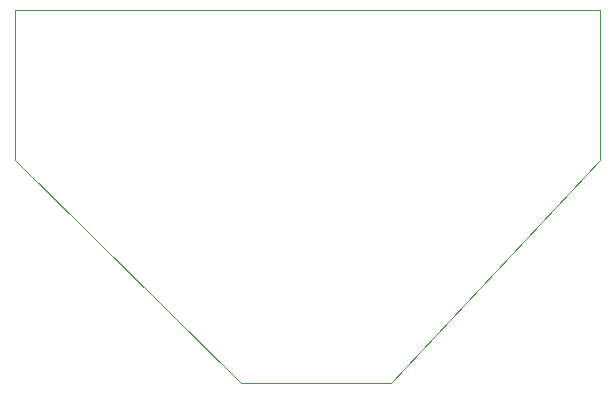
<source format=gbr>
G04 #@! TF.GenerationSoftware,KiCad,Pcbnew,(5.1.2)-2*
G04 #@! TF.CreationDate,2020-01-30T12:43:26+01:00*
G04 #@! TF.ProjectId,SteeringAngleSensor,53746565-7269-46e6-9741-6e676c655365,rev?*
G04 #@! TF.SameCoordinates,Original*
G04 #@! TF.FileFunction,Profile,NP*
%FSLAX45Y45*%
G04 Gerber Fmt 4.5, Leading zero omitted, Abs format (unit mm)*
G04 Created by KiCad (PCBNEW (5.1.2)-2) date 2020-01-30 12:43:26*
%MOMM*%
%LPD*%
G04 APERTURE LIST*
%ADD10C,0.050000*%
G04 APERTURE END LIST*
D10*
X11430000Y-9652000D02*
X11430000Y-8382000D01*
X13343000Y-11545000D02*
X11430000Y-9652000D01*
X14613000Y-11545000D02*
X13343000Y-11545000D01*
X16383000Y-9652000D02*
X14613000Y-11545000D01*
X16383000Y-8382000D02*
X16383000Y-9652000D01*
X11430000Y-8382000D02*
X16383000Y-8382000D01*
M02*

</source>
